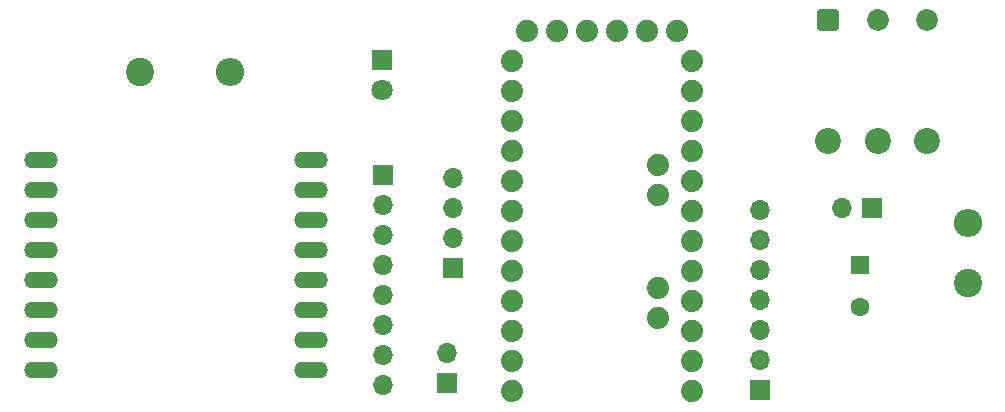
<source format=gbr>
%TF.GenerationSoftware,KiCad,Pcbnew,6.0.4-6f826c9f35~116~ubuntu20.04.1*%
%TF.CreationDate,2022-03-28T20:59:07+02:00*%
%TF.ProjectId,placaCANSAT_V2,706c6163-6143-4414-9e53-41545f56322e,rev?*%
%TF.SameCoordinates,Original*%
%TF.FileFunction,Soldermask,Bot*%
%TF.FilePolarity,Negative*%
%FSLAX46Y46*%
G04 Gerber Fmt 4.6, Leading zero omitted, Abs format (unit mm)*
G04 Created by KiCad (PCBNEW 6.0.4-6f826c9f35~116~ubuntu20.04.1) date 2022-03-28 20:59:07*
%MOMM*%
%LPD*%
G01*
G04 APERTURE LIST*
G04 Aperture macros list*
%AMRoundRect*
0 Rectangle with rounded corners*
0 $1 Rounding radius*
0 $2 $3 $4 $5 $6 $7 $8 $9 X,Y pos of 4 corners*
0 Add a 4 corners polygon primitive as box body*
4,1,4,$2,$3,$4,$5,$6,$7,$8,$9,$2,$3,0*
0 Add four circle primitives for the rounded corners*
1,1,$1+$1,$2,$3*
1,1,$1+$1,$4,$5*
1,1,$1+$1,$6,$7*
1,1,$1+$1,$8,$9*
0 Add four rect primitives between the rounded corners*
20,1,$1+$1,$2,$3,$4,$5,0*
20,1,$1+$1,$4,$5,$6,$7,0*
20,1,$1+$1,$6,$7,$8,$9,0*
20,1,$1+$1,$8,$9,$2,$3,0*%
G04 Aperture macros list end*
%ADD10R,1.800000X1.800000*%
%ADD11C,1.800000*%
%ADD12R,1.700000X1.700000*%
%ADD13O,1.700000X1.700000*%
%ADD14O,2.844800X1.422400*%
%ADD15C,2.400000*%
%ADD16O,2.400000X2.400000*%
%ADD17R,1.600000X1.600000*%
%ADD18C,1.600000*%
%ADD19C,1.879600*%
%ADD20C,2.200000*%
%ADD21RoundRect,0.250000X-0.675000X-0.675000X0.675000X-0.675000X0.675000X0.675000X-0.675000X0.675000X0*%
%ADD22C,1.850000*%
G04 APERTURE END LIST*
D10*
%TO.C,D1*%
X126500000Y-70500000D03*
D11*
X126500000Y-73040000D03*
%TD*%
D12*
%TO.C,JP1*%
X168000000Y-83000000D03*
D13*
X165460000Y-83000000D03*
%TD*%
D14*
%TO.C,U2*%
X120460175Y-96680979D03*
X120460175Y-94140979D03*
X120460175Y-91600979D03*
X120460175Y-89060979D03*
X120460175Y-86520979D03*
X120460175Y-83980979D03*
X120460175Y-81440979D03*
X120460175Y-78900979D03*
X97600175Y-78900979D03*
X97600175Y-81440979D03*
X97600175Y-83980979D03*
X97600175Y-86520979D03*
X97600175Y-89060979D03*
X97600175Y-91600979D03*
X97600175Y-94140979D03*
X97600175Y-96680979D03*
%TD*%
D15*
%TO.C,R1*%
X105985000Y-71500000D03*
D16*
X113605000Y-71500000D03*
%TD*%
D12*
%TO.C,J4*%
X132000000Y-97775000D03*
D13*
X132000000Y-95235000D03*
%TD*%
D17*
%TO.C,C1*%
X167000000Y-87847349D03*
D18*
X167000000Y-91347349D03*
%TD*%
D15*
%TO.C,SW1*%
X176069878Y-89366348D03*
D16*
X176069878Y-84286348D03*
%TD*%
D12*
%TO.C,J2*%
X158500000Y-98442476D03*
D13*
X158500000Y-95902476D03*
X158500000Y-93362476D03*
X158500000Y-90822476D03*
X158500000Y-88282476D03*
X158500000Y-85742476D03*
X158500000Y-83202476D03*
%TD*%
D12*
%TO.C,ACELEROMETRO*%
X126580833Y-80234890D03*
D13*
X126580833Y-82774890D03*
X126580833Y-85314890D03*
X126580833Y-87854890D03*
X126580833Y-90394890D03*
X126580833Y-92934890D03*
X126580833Y-95474890D03*
X126580833Y-98014890D03*
%TD*%
D12*
%TO.C,GPS*%
X132500000Y-88040000D03*
D13*
X132500000Y-85500000D03*
X132500000Y-82960000D03*
X132500000Y-80420000D03*
%TD*%
D19*
%TO.C,Arduino pro Mini*%
X151504119Y-68014597D03*
X148964119Y-68014597D03*
X146424119Y-68014597D03*
X143884119Y-68014597D03*
X141344119Y-68014597D03*
X138804119Y-68014597D03*
X149853119Y-81857597D03*
X149853119Y-79317597D03*
X149853119Y-92271597D03*
X149853119Y-89731597D03*
X152774119Y-70554597D03*
X152774119Y-73094597D03*
X152774119Y-75634597D03*
X152774119Y-78174597D03*
X152774119Y-80714597D03*
X152774119Y-83254597D03*
X152774119Y-85794597D03*
X152774119Y-88334597D03*
X152774119Y-90874597D03*
X152774119Y-93414597D03*
X152774119Y-95954597D03*
X152774119Y-98494597D03*
X137534119Y-98494597D03*
X137534119Y-95954597D03*
X137534119Y-93414597D03*
X137534119Y-90874597D03*
X137534119Y-88334597D03*
X137534119Y-85794597D03*
X137534119Y-83254597D03*
X137534119Y-80714597D03*
X137534119Y-78174597D03*
X137534119Y-75634597D03*
X137534119Y-73094597D03*
X137534119Y-70554597D03*
%TD*%
D20*
%TO.C,Carg1*%
X164246624Y-77291166D03*
X172646624Y-77291166D03*
X168446624Y-77291166D03*
D21*
X164246624Y-67091166D03*
D22*
X168446624Y-67091166D03*
X172646624Y-67091166D03*
%TD*%
M02*

</source>
